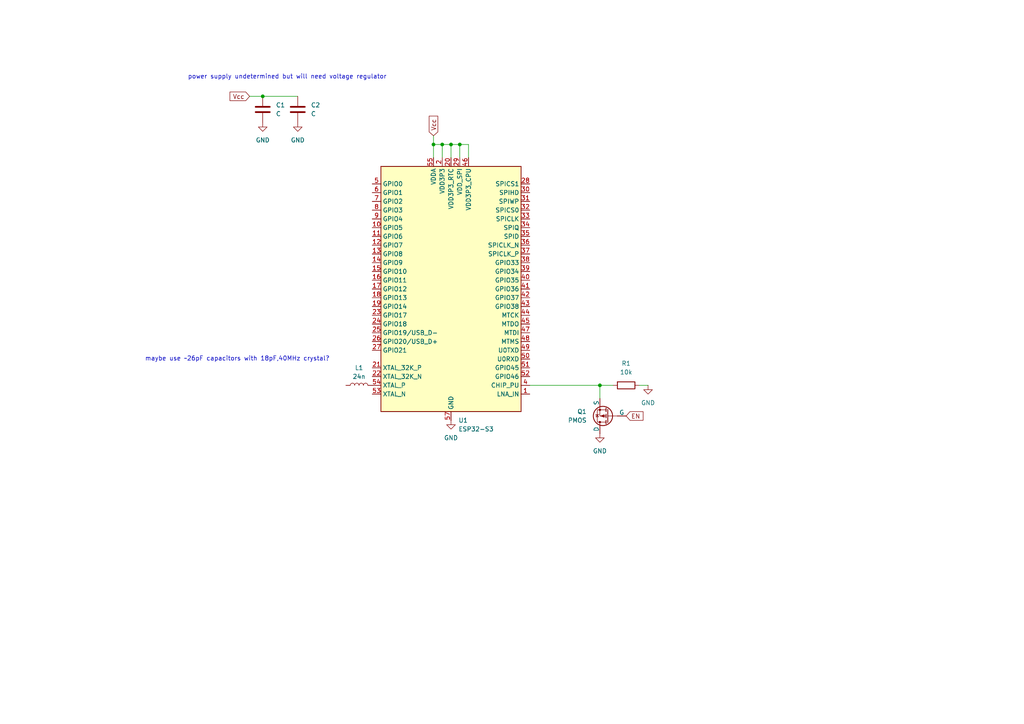
<source format=kicad_sch>
(kicad_sch (version 20250114) (generator "eeschema") (generator_version "9.0")
  (paper "A4")
  (lib_symbols
    (symbol "Device:C" (pin_numbers (hide yes)) (pin_names (offset 0.254))
      (property "Reference" "C" (at 0.635 2.54 0))
      (property "Value" "C" (at 0.635 -2.54 0))
      (symbol "C_0_1"
        (polyline (pts (xy -2.032 0.762) (xy 2.032 0.762)) (stroke (width 0.508)))
        (polyline (pts (xy -2.032 -0.762) (xy 2.032 -0.762)) (stroke (width 0.508)))
      )
      (symbol "C_1_1"
        (pin passive line (at 0 3.81 270) (length 2.794) (name "~") (number "1"))
        (pin passive line (at 0 -3.81 90) (length 2.794) (name "~") (number "2"))
      )
    )
    (symbol "Device:L" (pin_numbers (hide yes)) (pin_names (offset 1.016) (hide yes))
      (property "Reference" "L" (at -1.27 0 90))
      (property "Value" "L" (at 1.905 0 90))
      (symbol "L_0_1"
        (arc (start 0 2.54) (mid 0.6323 1.905) (end 0 1.27))
        (arc (start 0 1.27) (mid 0.6323 0.635) (end 0 0))
        (arc (start 0 0) (mid 0.6323 -0.635) (end 0 -1.27))
        (arc (start 0 -1.27) (mid 0.6323 -1.905) (end 0 -2.54))
      )
      (symbol "L_1_1"
        (pin passive line (at 0 3.81 270) (length 1.27) (name "1") (number "1"))
        (pin passive line (at 0 -3.81 90) (length 1.27) (name "2") (number "2"))
      )
    )
    (symbol "Device:R" (pin_numbers (hide yes)) (pin_names (offset 0))
      (property "Reference" "R" (at 2.032 0 90))
      (property "Value" "R" (at 0 0 90))
      (symbol "R_0_1"
        (rectangle (start -1.016 -2.54) (end 1.016 2.54) (stroke (width 0.254)))
      )
      (symbol "R_1_1"
        (pin passive line (at 0 3.81 270) (length 1.27) (name "~") (number "1"))
        (pin passive line (at 0 -3.81 90) (length 1.27) (name "~") (number "2"))
      )
    )
    (symbol "MCU_Espressif:ESP32-S3"
      (property "Reference" "U" (at 10.16 -38.1 0))
      (property "Value" "ESP32-S3" (at 13.97 -40.64 0))
      (symbol "ESP32-S3_0_1"
        (rectangle (start -20.32 35.56) (end 20.32 -35.56) (stroke (width 0.254)) (fill (type background)))
      )
      (symbol "ESP32-S3_1_0"
        (pin passive line (at -5.08 38.1 270) (length 2.54) (hide yes) (name "VDDA") (number "56"))
        (pin bidirectional line (at 22.86 12.7 180) (length 2.54) (name "SPICLK_N") (number "36"))
        (pin bidirectional line (at 22.86 -10.16 180) (length 2.54) (name "MTDO") (number "45"))
        (pin bidirectional line (at 22.86 -22.86 180) (length 2.54) (name "GPIO45") (number "51"))
      )
      (symbol "ESP32-S3_1_1"
        (pin bidirectional line (at -22.86 30.48 0) (length 2.54) (name "GPIO0") (number "5"))
        (pin bidirectional line (at -22.86 27.94 0) (length 2.54) (name "GPIO1") (number "6"))
        (pin bidirectional line (at -22.86 25.4 0) (length 2.54) (name "GPIO2") (number "7"))
        (pin bidirectional line (at -22.86 22.86 0) (length 2.54) (name "GPIO3") (number "8"))
        (pin bidirectional line (at -22.86 20.32 0) (length 2.54) (name "GPIO4") (number "9"))
        (pin bidirectional line (at -22.86 17.78 0) (length 2.54) (name "GPIO5") (number "10"))
        (pin bidirectional line (at -22.86 15.24 0) (length 2.54) (name "GPIO6") (number "11"))
        (pin bidirectional line (at -22.86 12.7 0) (length 2.54) (name "GPIO7") (number "12"))
        (pin bidirectional line (at -22.86 10.16 0) (length 2.54) (name "GPIO8") (number "13"))
        (pin bidirectional line (at -22.86 7.62 0) (length 2.54) (name "GPIO9") (number "14"))
        (pin bidirectional line (at -22.86 5.08 0) (length 2.54) (name "GPIO10") (number "15"))
        (pin bidirectional line (at -22.86 2.54 0) (length 2.54) (name "GPIO11") (number "16"))
        (pin bidirectional line (at -22.86 0 0) (length 2.54) (name "GPIO12") (number "17"))
        (pin bidirectional line (at -22.86 -2.54 0) (length 2.54) (name "GPIO13") (number "18"))
        (pin bidirectional line (at -22.86 -5.08 0) (length 2.54) (name "GPIO14") (number "19"))
        (pin bidirectional line (at -22.86 -7.62 0) (length 2.54) (name "GPIO17") (number "23"))
        (pin bidirectional line (at -22.86 -10.16 0) (length 2.54) (name "GPIO18") (number "24"))
        (pin bidirectional line (at -22.86 -12.7 0) (length 2.54) (name "GPIO19/USB_D-") (number "25"))
        (pin bidirectional line (at -22.86 -15.24 0) (length 2.54) (name "GPIO20/USB_D+") (number "26"))
        (pin bidirectional line (at -22.86 -17.78 0) (length 2.54) (name "GPIO21") (number "27"))
        (pin passive line (at -22.86 -22.86 0) (length 2.54) (name "XTAL_32K_P") (number "21"))
        (pin passive line (at -22.86 -25.4 0) (length 2.54) (name "XTAL_32K_N") (number "22"))
        (pin input line (at -22.86 -27.94 0) (length 2.54) (name "XTAL_P") (number "54"))
        (pin output line (at -22.86 -30.48 0) (length 2.54) (name "XTAL_N") (number "53"))
        (pin power_in line (at -5.08 38.1 270) (length 2.54) (name "VDDA") (number "55"))
        (pin power_in line (at -2.54 38.1 270) (length 2.54) (name "VDD3P3") (number "2"))
        (pin passive line (at -2.54 38.1 270) (length 2.54) (hide yes) (name "VDD3P3") (number "3"))
        (pin power_in line (at 0 38.1 270) (length 2.54) (name "VDD3P3_RTC") (number "20"))
        (pin power_in line (at 0 -38.1 90) (length 2.54) (name "GND") (number "57"))
        (pin power_in line (at 2.54 38.1 270) (length 2.54) (name "VDD_SPI") (number "29"))
        (pin power_in line (at 5.08 38.1 270) (length 2.54) (name "VDD3P3_CPU") (number "46"))
        (pin bidirectional line (at 22.86 30.48 180) (length 2.54) (name "SPICS1") (number "28"))
        (pin bidirectional line (at 22.86 27.94 180) (length 2.54) (name "SPIHD") (number "30"))
        (pin bidirectional line (at 22.86 25.4 180) (length 2.54) (name "SPIWP") (number "31"))
        (pin bidirectional line (at 22.86 22.86 180) (length 2.54) (name "SPICS0") (number "32"))
        (pin bidirectional line (at 22.86 20.32 180) (length 2.54) (name "SPICLK") (number "33"))
        (pin bidirectional line (at 22.86 17.78 180) (length 2.54) (name "SPIQ") (number "34"))
        (pin bidirectional line (at 22.86 15.24 180) (length 2.54) (name "SPID") (number "35"))
        (pin bidirectional line (at 22.86 10.16 180) (length 2.54) (name "SPICLK_P") (number "37"))
        (pin bidirectional line (at 22.86 7.62 180) (length 2.54) (name "GPIO33") (number "38"))
        (pin bidirectional line (at 22.86 5.08 180) (length 2.54) (name "GPIO34") (number "39"))
        (pin bidirectional line (at 22.86 2.54 180) (length 2.54) (name "GPIO35") (number "40"))
        (pin bidirectional line (at 22.86 0 180) (length 2.54) (name "GPIO36") (number "41"))
        (pin bidirectional line (at 22.86 -2.54 180) (length 2.54) (name "GPIO37") (number "42"))
        (pin bidirectional line (at 22.86 -5.08 180) (length 2.54) (name "GPIO38") (number "43"))
        (pin bidirectional line (at 22.86 -7.62 180) (length 2.54) (name "MTCK") (number "44"))
        (pin bidirectional line (at 22.86 -12.7 180) (length 2.54) (name "MTDI") (number "47"))
        (pin bidirectional line (at 22.86 -15.24 180) (length 2.54) (name "MTMS") (number "48"))
        (pin bidirectional line (at 22.86 -17.78 180) (length 2.54) (name "U0TXD") (number "49"))
        (pin bidirectional line (at 22.86 -20.32 180) (length 2.54) (name "U0RXD") (number "50"))
        (pin bidirectional line (at 22.86 -25.4 180) (length 2.54) (name "GPIO46") (number "52"))
        (pin input line (at 22.86 -27.94 180) (length 2.54) (name "CHIP_PU") (number "4"))
        (pin bidirectional line (at 22.86 -30.48 180) (length 2.54) (name "LNA_IN") (number "1"))
      )
    )
    (symbol "Simulation_SPICE:PMOS" (pin_numbers (hide yes)) (pin_names (offset 0))
      (property "Reference" "Q" (at 5.08 1.27 0))
      (property "Value" "PMOS" (at 5.08 -1.27 0))
      (symbol "PMOS_0_1"
        (polyline (pts (xy 0.254 1.905) (xy 0.254 -1.905)) (stroke (width 0.254)))
        (polyline (pts (xy 0.254 0) (xy -2.54 0)))
        (polyline (pts (xy 0.762 2.286) (xy 0.762 1.27)) (stroke (width 0.254)))
        (polyline (pts (xy 0.762 1.778) (xy 3.302 1.778) (xy 3.302 -1.778) (xy 0.762 -1.778)))
        (polyline (pts (xy 0.762 0.508) (xy 0.762 -0.508)) (stroke (width 0.254)))
        (polyline (pts (xy 0.762 -1.27) (xy 0.762 -2.286)) (stroke (width 0.254)))
        (circle (center 1.651 0) (radius 2.794) (stroke (width 0.254)))
        (polyline (pts (xy 2.286 0) (xy 1.27 0.381) (xy 1.27 -0.381) (xy 2.286 0)) (fill (type outline)))
        (polyline (pts (xy 2.54 2.54) (xy 2.54 1.778)))
        (circle (center 2.54 1.778) (radius 0.254) (fill (type outline)))
        (circle (center 2.54 -1.778) (radius 0.254) (fill (type outline)))
        (polyline (pts (xy 2.54 -2.54) (xy 2.54 0) (xy 0.762 0)))
        (polyline (pts (xy 2.794 -0.508) (xy 2.921 -0.381) (xy 3.683 -0.381) (xy 3.81 -0.254)))
        (polyline (pts (xy 3.302 -0.381) (xy 2.921 0.254) (xy 3.683 0.254) (xy 3.302 -0.381)))
      )
      (symbol "PMOS_1_1"
        (pin input line (at -5.08 0 0) (length 2.54) (name "G") (number "2"))
        (pin passive line (at 2.54 5.08 270) (length 2.54) (name "D") (number "1"))
        (pin passive line (at 2.54 -5.08 90) (length 2.54) (name "S") (number "3"))
      )
    )
    (symbol "power:GND" (power) (pin_numbers (hide yes)) (pin_names (offset 0) (hide yes))
      (property "Value" "GND" (at 0 -3.81 0))
      (symbol "GND_0_1"
        (polyline (pts (xy 0 0) (xy 0 -1.27) (xy 1.27 -1.27) (xy 0 -2.54) (xy -1.27 -1.27) (xy 0 -1.27)))
      )
      (symbol "GND_1_1"
        (pin power_in line (at 0 0 270) (length 0) (name "~") (number "1"))
      )
    )
  )
  (text "power supply undetermined but will need voltage regulator" (at 83.312 22.352 0) (effects (font (size 1.27 1.27))))
  (text "maybe use ~26pF capacitors with 18pF,40MHz crystal?" (at 68.834 104.14 0) (effects (font (size 1.27 1.27))))
  (junction (at 128.27 41.91))
  (junction (at 133.35 41.91))
  (junction (at 173.99 111.76))
  (junction (at 130.81 41.91))
  (junction (at 76.2 27.94))
  (junction (at 125.73 41.91))
  (wire (pts (xy 125.73 41.91) (xy 128.27 41.91)))
  (wire (pts (xy 133.35 45.72) (xy 133.35 41.91)))
  (wire (pts (xy 133.35 41.91) (xy 130.81 41.91)))
  (wire (pts (xy 153.67 111.76) (xy 173.99 111.76)))
  (wire (pts (xy 125.73 39.37) (xy 125.73 41.91)))
  (wire (pts (xy 130.81 41.91) (xy 128.27 41.91)))
  (wire (pts (xy 135.89 45.72) (xy 135.89 41.91)))
  (wire (pts (xy 130.81 45.72) (xy 130.81 41.91)))
  (wire (pts (xy 177.8 111.76) (xy 173.99 111.76)))
  (wire (pts (xy 185.42 111.76) (xy 187.96 111.76)))
  (wire (pts (xy 173.99 111.76) (xy 173.99 115.57)))
  (wire (pts (xy 125.73 41.91) (xy 125.73 45.72)))
  (wire (pts (xy 135.89 41.91) (xy 133.35 41.91)))
  (wire (pts (xy 76.2 27.94) (xy 86.36 27.94)))
  (wire (pts (xy 128.27 45.72) (xy 128.27 41.91)))
  (wire (pts (xy 72.39 27.94) (xy 76.2 27.94)))
  (global_label "Vcc" (shape input) (at 72.39 27.94 180) (property "Intersheetrefs" "${INTERSHEET_REFS}" (effects (hide yes))))
  (global_label "EN" (shape input) (at 181.61 120.65 0) (property "Intersheetrefs" "${INTERSHEET_REFS}" (effects (hide yes))))
  (global_label "Vcc" (shape input) (at 125.73 39.37 90) (property "Intersheetrefs" "${INTERSHEET_REFS}" (effects (hide yes))))
  (symbol (lib_id "power:GND") (at 173.99 125.73 0) (unit 1)
    (property "Reference" "#PWR03" (effects (hide yes)))
    (property "Value" "GND" (at 173.99 130.81 0))
    (property "Description" "Power symbol creates a global label with name \"GND\" , ground" (effects (hide yes)))
  )
  (symbol (lib_id "power:GND") (at 86.36 35.56 0) (unit 1)
    (property "Reference" "#PWR04" (effects (hide yes)))
    (property "Value" "GND" (at 86.36 40.64 0))
    (property "Description" "Power symbol creates a global label with name \"GND\" , ground" (effects (hide yes)))
  )
  (symbol (lib_id "MCU_Espressif:ESP32-S3") (at 130.81 83.82 0) (unit 1)
    (property "Reference" "U1" (at 132.9533 121.92 0) (effects (justify left)))
    (property "Value" "ESP32-S3" (at 132.9533 124.46 0) (effects (justify left)))
    (property "Footprint" "Package_DFN_QFN:QFN-56-1EP_7x7mm_P0.4mm_EP4x4mm" (effects (hide yes)))
    (property "Datasheet" "https://www.espressif.com/sites/default/files/documentation/esp32-s3_datasheet_en.pdf" (effects (hide yes)))
    (property "Description" "Microcontroller, Wi-Fi 802.11b/g/n, Bluetooth, 32bit" (effects (hide yes)))
  )
  (symbol (lib_id "Device:C") (at 86.36 31.75 0) (unit 1)
    (property "Reference" "C2" (at 90.17 30.4799 0) (effects (justify left)))
    (property "Value" "C" (at 90.17 33.0199 0) (effects (justify left)))
    (property "Description" "Unpolarized capacitor" (effects (hide yes)))
  )
  (symbol (lib_id "power:GND") (at 187.96 111.76 0) (unit 1)
    (property "Reference" "#PWR02" (effects (hide yes)))
    (property "Value" "GND" (at 187.96 116.84 0))
    (property "Description" "Power symbol creates a global label with name \"GND\" , ground" (effects (hide yes)))
  )
  (symbol (lib_id "Simulation_SPICE:PMOS") (at 176.53 120.65 180) (unit 1)
    (property "Reference" "Q1" (at 170.18 119.3799 0) (effects (justify left)))
    (property "Value" "PMOS" (at 170.18 121.9199 0) (effects (justify left)))
    (property "Datasheet" "https://ngspice.sourceforge.io/docs/ngspice-html-manual/manual.xhtml#cha_MOSFETs" (effects (hide yes)))
    (property "Description" "P-MOSFET transistor, drain/source/gate" (effects (hide yes)))
    (property "Sim.Device" "PMOS" (effects (hide yes)))
    (property "Sim.Type" "VDMOS" (effects (hide yes)))
    (property "Sim.Pins" "1=D 2=G 3=S" (effects (hide yes)))
  )
  (symbol (lib_id "power:GND") (at 130.81 121.92 0) (mirror y) (unit 1)
    (property "Reference" "#PWR01" (effects (hide yes)))
    (property "Value" "GND" (at 130.81 127 0))
    (property "Description" "Power symbol creates a global label with name \"GND\" , ground" (effects (hide yes)))
  )
  (symbol (lib_id "Device:L") (at 104.14 111.76 90) (unit 1)
    (property "Reference" "L1" (at 104.14 106.68 90))
    (property "Value" "24n" (at 104.14 109.22 90))
    (property "Description" "Inductor" (effects (hide yes)))
  )
  (symbol (lib_id "Device:R") (at 181.61 111.76 90) (unit 1)
    (property "Reference" "R1" (at 181.61 105.41 90))
    (property "Value" "10k" (at 181.61 107.95 90))
    (property "Description" "Resistor" (effects (hide yes)))
  )
  (symbol (lib_id "Device:C") (at 76.2 31.75 0) (unit 1)
    (property "Reference" "C1" (at 80.01 30.4799 0) (effects (justify left)))
    (property "Value" "C" (at 80.01 33.0199 0) (effects (justify left)))
    (property "Description" "Unpolarized capacitor" (effects (hide yes)))
  )
  (symbol (lib_id "power:GND") (at 76.2 35.56 0) (unit 1)
    (property "Reference" "#PWR05" (effects (hide yes)))
    (property "Value" "GND" (at 76.2 40.64 0))
    (property "Description" "Power symbol creates a global label with name \"GND\" , ground" (effects (hide yes)))
  )
)
</source>
